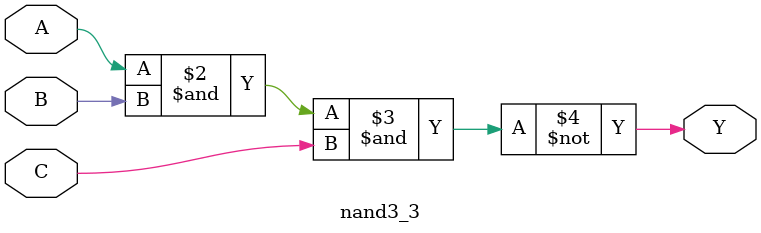
<source format=sv>
module nand3_3 (input wire A, input wire B, input wire C, output reg Y);
    always @ (A or B or C)
        Y = ~(A & B & C);  // NAND of three inputs using always block
endmodule
</source>
